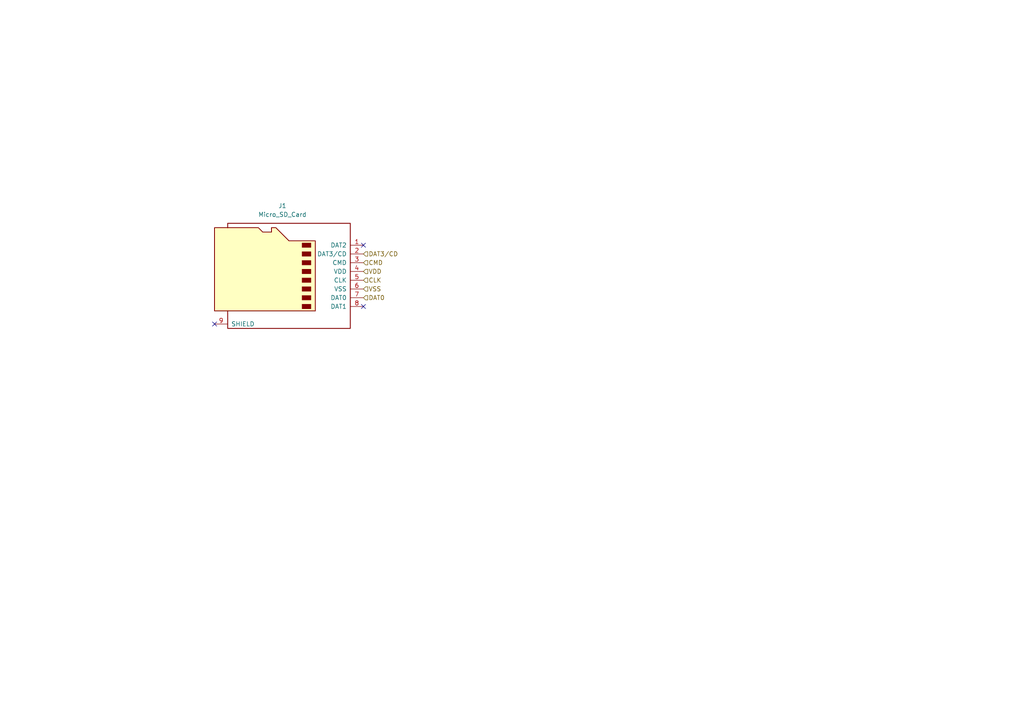
<source format=kicad_sch>
(kicad_sch (version 20231120) (generator "eeschema") (generator_version "8.0")
  (paper "A4")
  (lib_symbols
    (symbol "Connector:Micro_SD_Card" (pin_names (offset 1.016))
      (property "Reference" "J" (at -16.51 15.24 0))
      (property "Value" "Micro_SD_Card" (at 16.51 15.24 0))
      (symbol "Micro_SD_Card_0_1"
        (rectangle (start -7.62 -9.525) (end -5.08 -10.795) (fill (type outline)))
        (rectangle (start -7.62 -6.985) (end -5.08 -8.255) (fill (type outline)))
        (rectangle (start -7.62 -4.445) (end -5.08 -5.715) (fill (type outline)))
        (rectangle (start -7.62 -1.905) (end -5.08 -3.175) (fill (type outline)))
        (rectangle (start -7.62 0.635) (end -5.08 -0.635) (fill (type outline)))
        (rectangle (start -7.62 3.175) (end -5.08 1.905) (fill (type outline)))
        (rectangle (start -7.62 5.715) (end -5.08 4.445) (fill (type outline)))
        (rectangle (start -7.62 8.255) (end -5.08 6.985) (fill (type outline)))
        (polyline (pts (xy 16.51 12.7) (xy 16.51 13.97) (xy -19.05 13.97) (xy -19.05 -16.51) (xy 16.51 -16.51) (xy 16.51 -11.43)) (stroke (width 0.254)))
        (polyline (pts (xy -8.89 -11.43) (xy -8.89 8.89) (xy -1.27 8.89) (xy 2.54 12.7) (xy 3.81 12.7) (xy 3.81 11.43) (xy 6.35 11.43) (xy 7.62 12.7) (xy 20.32 12.7) (xy 20.32 -11.43) (xy -8.89 -11.43)) (stroke (width 0.254)) (fill (type background)))
      )
      (symbol "Micro_SD_Card_1_1"
        (pin bidirectional line (at -22.86 7.62 0) (length 3.81) (name "DAT2") (number "1"))
        (pin bidirectional line (at -22.86 5.08 0) (length 3.81) (name "DAT3/CD") (number "2"))
        (pin input line (at -22.86 2.54 0) (length 3.81) (name "CMD") (number "3"))
        (pin power_in line (at -22.86 0 0) (length 3.81) (name "VDD") (number "4"))
        (pin input line (at -22.86 -2.54 0) (length 3.81) (name "CLK") (number "5"))
        (pin power_in line (at -22.86 -5.08 0) (length 3.81) (name "VSS") (number "6"))
        (pin bidirectional line (at -22.86 -7.62 0) (length 3.81) (name "DAT0") (number "7"))
        (pin bidirectional line (at -22.86 -10.16 0) (length 3.81) (name "DAT1") (number "8"))
        (pin passive line (at 20.32 -15.24 180) (length 3.81) (name "SHIELD") (number "9"))
      )
    )
  )
  (no_connect (at 105.41 88.9))
  (no_connect (at 105.41 71.12))
  (no_connect (at 62.23 93.98))
  (hierarchical_label "CLK" (shape input) (at 105.41 81.28 0))
  (hierarchical_label "VSS" (shape input) (at 105.41 83.82 0))
  (hierarchical_label "DAT3{slash}CD" (shape input) (at 105.41 73.66 0))
  (hierarchical_label "VDD" (shape input) (at 105.41 78.74 0))
  (hierarchical_label "DAT0" (shape input) (at 105.41 86.36 0))
  (hierarchical_label "CMD" (shape input) (at 105.41 76.2 0))
  (symbol (lib_id "Connector:Micro_SD_Card") (at 82.55 78.74 0) (mirror y) (unit 1)
    (property "Reference" "J1" (at 81.915 59.69 0))
    (property "Value" "Micro_SD_Card" (at 81.915 62.23 0))
    (property "Datasheet" "http://katalog.we-online.de/em/datasheet/693072010801.pdf" (effects (hide yes)))
    (property "Description" "Micro SD Card Socket" (effects (hide yes)))
  )
)
</source>
